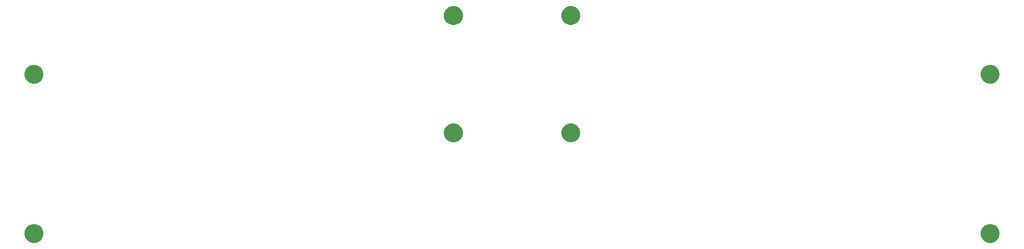
<source format=gbs>
G04 #@! TF.GenerationSoftware,KiCad,Pcbnew,(5.1.4)-1*
G04 #@! TF.CreationDate,2021-09-25T13:38:15-04:00*
G04 #@! TF.ProjectId,horizon-mx-bottom-plate,686f7269-7a6f-46e2-9d6d-782d626f7474,rev?*
G04 #@! TF.SameCoordinates,Original*
G04 #@! TF.FileFunction,Soldermask,Bot*
G04 #@! TF.FilePolarity,Negative*
%FSLAX46Y46*%
G04 Gerber Fmt 4.6, Leading zero omitted, Abs format (unit mm)*
G04 Created by KiCad (PCBNEW (5.1.4)-1) date 2021-09-25 13:38:15*
%MOMM*%
%LPD*%
G04 APERTURE LIST*
%ADD10C,0.100000*%
G04 APERTURE END LIST*
D10*
G36*
X95275880Y-149759776D02*
G01*
X95656593Y-149835504D01*
X96066249Y-150005189D01*
X96434929Y-150251534D01*
X96748466Y-150565071D01*
X96994811Y-150933751D01*
X97164496Y-151343407D01*
X97251000Y-151778296D01*
X97251000Y-152221704D01*
X97164496Y-152656593D01*
X96994811Y-153066249D01*
X96748466Y-153434929D01*
X96434929Y-153748466D01*
X96066249Y-153994811D01*
X95656593Y-154164496D01*
X95275880Y-154240224D01*
X95221705Y-154251000D01*
X94778295Y-154251000D01*
X94724120Y-154240224D01*
X94343407Y-154164496D01*
X93933751Y-153994811D01*
X93565071Y-153748466D01*
X93251534Y-153434929D01*
X93005189Y-153066249D01*
X92835504Y-152656593D01*
X92749000Y-152221704D01*
X92749000Y-151778296D01*
X92835504Y-151343407D01*
X93005189Y-150933751D01*
X93251534Y-150565071D01*
X93565071Y-150251534D01*
X93933751Y-150005189D01*
X94343407Y-149835504D01*
X94724120Y-149759776D01*
X94778295Y-149749000D01*
X95221705Y-149749000D01*
X95275880Y-149759776D01*
X95275880Y-149759776D01*
G37*
G36*
X323275880Y-149759776D02*
G01*
X323656593Y-149835504D01*
X324066249Y-150005189D01*
X324434929Y-150251534D01*
X324748466Y-150565071D01*
X324994811Y-150933751D01*
X325164496Y-151343407D01*
X325251000Y-151778296D01*
X325251000Y-152221704D01*
X325164496Y-152656593D01*
X324994811Y-153066249D01*
X324748466Y-153434929D01*
X324434929Y-153748466D01*
X324066249Y-153994811D01*
X323656593Y-154164496D01*
X323275880Y-154240224D01*
X323221705Y-154251000D01*
X322778295Y-154251000D01*
X322724120Y-154240224D01*
X322343407Y-154164496D01*
X321933751Y-153994811D01*
X321565071Y-153748466D01*
X321251534Y-153434929D01*
X321005189Y-153066249D01*
X320835504Y-152656593D01*
X320749000Y-152221704D01*
X320749000Y-151778296D01*
X320835504Y-151343407D01*
X321005189Y-150933751D01*
X321251534Y-150565071D01*
X321565071Y-150251534D01*
X321933751Y-150005189D01*
X322343407Y-149835504D01*
X322724120Y-149759776D01*
X322778295Y-149749000D01*
X323221705Y-149749000D01*
X323275880Y-149759776D01*
X323275880Y-149759776D01*
G37*
G36*
X195275880Y-125759776D02*
G01*
X195656593Y-125835504D01*
X196066249Y-126005189D01*
X196434929Y-126251534D01*
X196748466Y-126565071D01*
X196994811Y-126933751D01*
X197164496Y-127343407D01*
X197251000Y-127778296D01*
X197251000Y-128221704D01*
X197164496Y-128656593D01*
X196994811Y-129066249D01*
X196748466Y-129434929D01*
X196434929Y-129748466D01*
X196066249Y-129994811D01*
X195656593Y-130164496D01*
X195275880Y-130240224D01*
X195221705Y-130251000D01*
X194778295Y-130251000D01*
X194724120Y-130240224D01*
X194343407Y-130164496D01*
X193933751Y-129994811D01*
X193565071Y-129748466D01*
X193251534Y-129434929D01*
X193005189Y-129066249D01*
X192835504Y-128656593D01*
X192749000Y-128221704D01*
X192749000Y-127778296D01*
X192835504Y-127343407D01*
X193005189Y-126933751D01*
X193251534Y-126565071D01*
X193565071Y-126251534D01*
X193933751Y-126005189D01*
X194343407Y-125835504D01*
X194724120Y-125759776D01*
X194778295Y-125749000D01*
X195221705Y-125749000D01*
X195275880Y-125759776D01*
X195275880Y-125759776D01*
G37*
G36*
X223275880Y-125759776D02*
G01*
X223656593Y-125835504D01*
X224066249Y-126005189D01*
X224434929Y-126251534D01*
X224748466Y-126565071D01*
X224994811Y-126933751D01*
X225164496Y-127343407D01*
X225251000Y-127778296D01*
X225251000Y-128221704D01*
X225164496Y-128656593D01*
X224994811Y-129066249D01*
X224748466Y-129434929D01*
X224434929Y-129748466D01*
X224066249Y-129994811D01*
X223656593Y-130164496D01*
X223275880Y-130240224D01*
X223221705Y-130251000D01*
X222778295Y-130251000D01*
X222724120Y-130240224D01*
X222343407Y-130164496D01*
X221933751Y-129994811D01*
X221565071Y-129748466D01*
X221251534Y-129434929D01*
X221005189Y-129066249D01*
X220835504Y-128656593D01*
X220749000Y-128221704D01*
X220749000Y-127778296D01*
X220835504Y-127343407D01*
X221005189Y-126933751D01*
X221251534Y-126565071D01*
X221565071Y-126251534D01*
X221933751Y-126005189D01*
X222343407Y-125835504D01*
X222724120Y-125759776D01*
X222778295Y-125749000D01*
X223221705Y-125749000D01*
X223275880Y-125759776D01*
X223275880Y-125759776D01*
G37*
G36*
X323275880Y-111759776D02*
G01*
X323656593Y-111835504D01*
X324066249Y-112005189D01*
X324434929Y-112251534D01*
X324748466Y-112565071D01*
X324994811Y-112933751D01*
X325164496Y-113343407D01*
X325251000Y-113778296D01*
X325251000Y-114221704D01*
X325164496Y-114656593D01*
X324994811Y-115066249D01*
X324748466Y-115434929D01*
X324434929Y-115748466D01*
X324066249Y-115994811D01*
X323656593Y-116164496D01*
X323275880Y-116240224D01*
X323221705Y-116251000D01*
X322778295Y-116251000D01*
X322724120Y-116240224D01*
X322343407Y-116164496D01*
X321933751Y-115994811D01*
X321565071Y-115748466D01*
X321251534Y-115434929D01*
X321005189Y-115066249D01*
X320835504Y-114656593D01*
X320749000Y-114221704D01*
X320749000Y-113778296D01*
X320835504Y-113343407D01*
X321005189Y-112933751D01*
X321251534Y-112565071D01*
X321565071Y-112251534D01*
X321933751Y-112005189D01*
X322343407Y-111835504D01*
X322724120Y-111759776D01*
X322778295Y-111749000D01*
X323221705Y-111749000D01*
X323275880Y-111759776D01*
X323275880Y-111759776D01*
G37*
G36*
X95275880Y-111759776D02*
G01*
X95656593Y-111835504D01*
X96066249Y-112005189D01*
X96434929Y-112251534D01*
X96748466Y-112565071D01*
X96994811Y-112933751D01*
X97164496Y-113343407D01*
X97251000Y-113778296D01*
X97251000Y-114221704D01*
X97164496Y-114656593D01*
X96994811Y-115066249D01*
X96748466Y-115434929D01*
X96434929Y-115748466D01*
X96066249Y-115994811D01*
X95656593Y-116164496D01*
X95275880Y-116240224D01*
X95221705Y-116251000D01*
X94778295Y-116251000D01*
X94724120Y-116240224D01*
X94343407Y-116164496D01*
X93933751Y-115994811D01*
X93565071Y-115748466D01*
X93251534Y-115434929D01*
X93005189Y-115066249D01*
X92835504Y-114656593D01*
X92749000Y-114221704D01*
X92749000Y-113778296D01*
X92835504Y-113343407D01*
X93005189Y-112933751D01*
X93251534Y-112565071D01*
X93565071Y-112251534D01*
X93933751Y-112005189D01*
X94343407Y-111835504D01*
X94724120Y-111759776D01*
X94778295Y-111749000D01*
X95221705Y-111749000D01*
X95275880Y-111759776D01*
X95275880Y-111759776D01*
G37*
G36*
X195275880Y-97759776D02*
G01*
X195656593Y-97835504D01*
X196066249Y-98005189D01*
X196434929Y-98251534D01*
X196748466Y-98565071D01*
X196994811Y-98933751D01*
X197164496Y-99343407D01*
X197251000Y-99778296D01*
X197251000Y-100221704D01*
X197164496Y-100656593D01*
X196994811Y-101066249D01*
X196748466Y-101434929D01*
X196434929Y-101748466D01*
X196066249Y-101994811D01*
X195656593Y-102164496D01*
X195275880Y-102240224D01*
X195221705Y-102251000D01*
X194778295Y-102251000D01*
X194724120Y-102240224D01*
X194343407Y-102164496D01*
X193933751Y-101994811D01*
X193565071Y-101748466D01*
X193251534Y-101434929D01*
X193005189Y-101066249D01*
X192835504Y-100656593D01*
X192749000Y-100221704D01*
X192749000Y-99778296D01*
X192835504Y-99343407D01*
X193005189Y-98933751D01*
X193251534Y-98565071D01*
X193565071Y-98251534D01*
X193933751Y-98005189D01*
X194343407Y-97835504D01*
X194724120Y-97759776D01*
X194778295Y-97749000D01*
X195221705Y-97749000D01*
X195275880Y-97759776D01*
X195275880Y-97759776D01*
G37*
G36*
X223275880Y-97759776D02*
G01*
X223656593Y-97835504D01*
X224066249Y-98005189D01*
X224434929Y-98251534D01*
X224748466Y-98565071D01*
X224994811Y-98933751D01*
X225164496Y-99343407D01*
X225251000Y-99778296D01*
X225251000Y-100221704D01*
X225164496Y-100656593D01*
X224994811Y-101066249D01*
X224748466Y-101434929D01*
X224434929Y-101748466D01*
X224066249Y-101994811D01*
X223656593Y-102164496D01*
X223275880Y-102240224D01*
X223221705Y-102251000D01*
X222778295Y-102251000D01*
X222724120Y-102240224D01*
X222343407Y-102164496D01*
X221933751Y-101994811D01*
X221565071Y-101748466D01*
X221251534Y-101434929D01*
X221005189Y-101066249D01*
X220835504Y-100656593D01*
X220749000Y-100221704D01*
X220749000Y-99778296D01*
X220835504Y-99343407D01*
X221005189Y-98933751D01*
X221251534Y-98565071D01*
X221565071Y-98251534D01*
X221933751Y-98005189D01*
X222343407Y-97835504D01*
X222724120Y-97759776D01*
X222778295Y-97749000D01*
X223221705Y-97749000D01*
X223275880Y-97759776D01*
X223275880Y-97759776D01*
G37*
M02*

</source>
